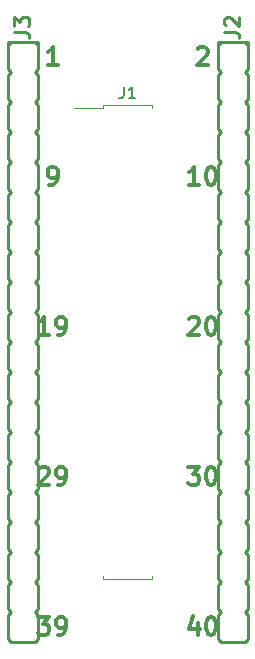
<source format=gto>
G04 #@! TF.FileFunction,Legend,Top*
%FSLAX46Y46*%
G04 Gerber Fmt 4.6, Leading zero omitted, Abs format (unit mm)*
G04 Created by KiCad (PCBNEW 4.0.6) date Wed Sep 20 09:51:15 2017*
%MOMM*%
%LPD*%
G01*
G04 APERTURE LIST*
%ADD10C,0.100000*%
%ADD11C,0.300000*%
%ADD12C,0.254000*%
%ADD13C,0.120000*%
%ADD14C,0.150000*%
G04 APERTURE END LIST*
D10*
D11*
X147447143Y-106001429D02*
X147518572Y-105930000D01*
X147661429Y-105858571D01*
X148018572Y-105858571D01*
X148161429Y-105930000D01*
X148232858Y-106001429D01*
X148304286Y-106144286D01*
X148304286Y-106287143D01*
X148232858Y-106501429D01*
X147375715Y-107358571D01*
X148304286Y-107358571D01*
X149232857Y-105858571D02*
X149375714Y-105858571D01*
X149518571Y-105930000D01*
X149590000Y-106001429D01*
X149661429Y-106144286D01*
X149732857Y-106430000D01*
X149732857Y-106787143D01*
X149661429Y-107072857D01*
X149590000Y-107215714D01*
X149518571Y-107287143D01*
X149375714Y-107358571D01*
X149232857Y-107358571D01*
X149090000Y-107287143D01*
X149018571Y-107215714D01*
X148947143Y-107072857D01*
X148875714Y-106787143D01*
X148875714Y-106430000D01*
X148947143Y-106144286D01*
X149018571Y-106001429D01*
X149090000Y-105930000D01*
X149232857Y-105858571D01*
X135604286Y-107358571D02*
X134747143Y-107358571D01*
X135175715Y-107358571D02*
X135175715Y-105858571D01*
X135032858Y-106072857D01*
X134890000Y-106215714D01*
X134747143Y-106287143D01*
X136318571Y-107358571D02*
X136604286Y-107358571D01*
X136747143Y-107287143D01*
X136818571Y-107215714D01*
X136961429Y-107001429D01*
X137032857Y-106715714D01*
X137032857Y-106144286D01*
X136961429Y-106001429D01*
X136890000Y-105930000D01*
X136747143Y-105858571D01*
X136461429Y-105858571D01*
X136318571Y-105930000D01*
X136247143Y-106001429D01*
X136175714Y-106144286D01*
X136175714Y-106501429D01*
X136247143Y-106644286D01*
X136318571Y-106715714D01*
X136461429Y-106787143D01*
X136747143Y-106787143D01*
X136890000Y-106715714D01*
X136961429Y-106644286D01*
X137032857Y-106501429D01*
X148304286Y-94658571D02*
X147447143Y-94658571D01*
X147875715Y-94658571D02*
X147875715Y-93158571D01*
X147732858Y-93372857D01*
X147590000Y-93515714D01*
X147447143Y-93587143D01*
X149232857Y-93158571D02*
X149375714Y-93158571D01*
X149518571Y-93230000D01*
X149590000Y-93301429D01*
X149661429Y-93444286D01*
X149732857Y-93730000D01*
X149732857Y-94087143D01*
X149661429Y-94372857D01*
X149590000Y-94515714D01*
X149518571Y-94587143D01*
X149375714Y-94658571D01*
X149232857Y-94658571D01*
X149090000Y-94587143D01*
X149018571Y-94515714D01*
X148947143Y-94372857D01*
X148875714Y-94087143D01*
X148875714Y-93730000D01*
X148947143Y-93444286D01*
X149018571Y-93301429D01*
X149090000Y-93230000D01*
X149232857Y-93158571D01*
X135604286Y-94658571D02*
X135890001Y-94658571D01*
X136032858Y-94587143D01*
X136104286Y-94515714D01*
X136247144Y-94301429D01*
X136318572Y-94015714D01*
X136318572Y-93444286D01*
X136247144Y-93301429D01*
X136175715Y-93230000D01*
X136032858Y-93158571D01*
X135747144Y-93158571D01*
X135604286Y-93230000D01*
X135532858Y-93301429D01*
X135461429Y-93444286D01*
X135461429Y-93801429D01*
X135532858Y-93944286D01*
X135604286Y-94015714D01*
X135747144Y-94087143D01*
X136032858Y-94087143D01*
X136175715Y-94015714D01*
X136247144Y-93944286D01*
X136318572Y-93801429D01*
X147375715Y-118558571D02*
X148304286Y-118558571D01*
X147804286Y-119130000D01*
X148018572Y-119130000D01*
X148161429Y-119201429D01*
X148232858Y-119272857D01*
X148304286Y-119415714D01*
X148304286Y-119772857D01*
X148232858Y-119915714D01*
X148161429Y-119987143D01*
X148018572Y-120058571D01*
X147590000Y-120058571D01*
X147447143Y-119987143D01*
X147375715Y-119915714D01*
X149232857Y-118558571D02*
X149375714Y-118558571D01*
X149518571Y-118630000D01*
X149590000Y-118701429D01*
X149661429Y-118844286D01*
X149732857Y-119130000D01*
X149732857Y-119487143D01*
X149661429Y-119772857D01*
X149590000Y-119915714D01*
X149518571Y-119987143D01*
X149375714Y-120058571D01*
X149232857Y-120058571D01*
X149090000Y-119987143D01*
X149018571Y-119915714D01*
X148947143Y-119772857D01*
X148875714Y-119487143D01*
X148875714Y-119130000D01*
X148947143Y-118844286D01*
X149018571Y-118701429D01*
X149090000Y-118630000D01*
X149232857Y-118558571D01*
X134747143Y-118701429D02*
X134818572Y-118630000D01*
X134961429Y-118558571D01*
X135318572Y-118558571D01*
X135461429Y-118630000D01*
X135532858Y-118701429D01*
X135604286Y-118844286D01*
X135604286Y-118987143D01*
X135532858Y-119201429D01*
X134675715Y-120058571D01*
X135604286Y-120058571D01*
X136318571Y-120058571D02*
X136604286Y-120058571D01*
X136747143Y-119987143D01*
X136818571Y-119915714D01*
X136961429Y-119701429D01*
X137032857Y-119415714D01*
X137032857Y-118844286D01*
X136961429Y-118701429D01*
X136890000Y-118630000D01*
X136747143Y-118558571D01*
X136461429Y-118558571D01*
X136318571Y-118630000D01*
X136247143Y-118701429D01*
X136175714Y-118844286D01*
X136175714Y-119201429D01*
X136247143Y-119344286D01*
X136318571Y-119415714D01*
X136461429Y-119487143D01*
X136747143Y-119487143D01*
X136890000Y-119415714D01*
X136961429Y-119344286D01*
X137032857Y-119201429D01*
X148161429Y-131758571D02*
X148161429Y-132758571D01*
X147804286Y-131187143D02*
X147447143Y-132258571D01*
X148375715Y-132258571D01*
X149232857Y-131258571D02*
X149375714Y-131258571D01*
X149518571Y-131330000D01*
X149590000Y-131401429D01*
X149661429Y-131544286D01*
X149732857Y-131830000D01*
X149732857Y-132187143D01*
X149661429Y-132472857D01*
X149590000Y-132615714D01*
X149518571Y-132687143D01*
X149375714Y-132758571D01*
X149232857Y-132758571D01*
X149090000Y-132687143D01*
X149018571Y-132615714D01*
X148947143Y-132472857D01*
X148875714Y-132187143D01*
X148875714Y-131830000D01*
X148947143Y-131544286D01*
X149018571Y-131401429D01*
X149090000Y-131330000D01*
X149232857Y-131258571D01*
X134675715Y-131258571D02*
X135604286Y-131258571D01*
X135104286Y-131830000D01*
X135318572Y-131830000D01*
X135461429Y-131901429D01*
X135532858Y-131972857D01*
X135604286Y-132115714D01*
X135604286Y-132472857D01*
X135532858Y-132615714D01*
X135461429Y-132687143D01*
X135318572Y-132758571D01*
X134890000Y-132758571D01*
X134747143Y-132687143D01*
X134675715Y-132615714D01*
X136318571Y-132758571D02*
X136604286Y-132758571D01*
X136747143Y-132687143D01*
X136818571Y-132615714D01*
X136961429Y-132401429D01*
X137032857Y-132115714D01*
X137032857Y-131544286D01*
X136961429Y-131401429D01*
X136890000Y-131330000D01*
X136747143Y-131258571D01*
X136461429Y-131258571D01*
X136318571Y-131330000D01*
X136247143Y-131401429D01*
X136175714Y-131544286D01*
X136175714Y-131901429D01*
X136247143Y-132044286D01*
X136318571Y-132115714D01*
X136461429Y-132187143D01*
X136747143Y-132187143D01*
X136890000Y-132115714D01*
X136961429Y-132044286D01*
X137032857Y-131901429D01*
X148161429Y-83141429D02*
X148232858Y-83070000D01*
X148375715Y-82998571D01*
X148732858Y-82998571D01*
X148875715Y-83070000D01*
X148947144Y-83141429D01*
X149018572Y-83284286D01*
X149018572Y-83427143D01*
X148947144Y-83641429D01*
X148090001Y-84498571D01*
X149018572Y-84498571D01*
X136318572Y-84498571D02*
X135461429Y-84498571D01*
X135890001Y-84498571D02*
X135890001Y-82998571D01*
X135747144Y-83212857D01*
X135604286Y-83355714D01*
X135461429Y-83427143D01*
D12*
X132080000Y-123444000D02*
X132334000Y-123190000D01*
X134366000Y-123190000D02*
X134620000Y-123444000D01*
X134620000Y-123444000D02*
X134620000Y-125476000D01*
X134620000Y-128016000D02*
X134366000Y-128270000D01*
X132080000Y-125476000D02*
X132080000Y-123444000D01*
X132334000Y-128270000D02*
X132080000Y-128016000D01*
X134620000Y-125984000D02*
X134620000Y-128016000D01*
X134366000Y-125730000D02*
X134620000Y-125984000D01*
X132080000Y-128016000D02*
X132080000Y-125984000D01*
X132334000Y-125730000D02*
X132080000Y-125476000D01*
X132080000Y-125984000D02*
X132334000Y-125730000D01*
X134620000Y-125476000D02*
X134366000Y-125730000D01*
X134620000Y-128016000D02*
X134366000Y-128270000D01*
X132334000Y-128270000D02*
X132080000Y-128016000D01*
X132080000Y-128016000D02*
X132080000Y-125984000D01*
X134620000Y-125984000D02*
X134620000Y-128016000D01*
X134366000Y-125730000D02*
X134620000Y-125984000D01*
X132080000Y-125984000D02*
X132334000Y-125730000D01*
X132080000Y-131064000D02*
X132334000Y-130810000D01*
X134366000Y-130810000D02*
X134620000Y-131064000D01*
X134620000Y-131064000D02*
X134620000Y-133096000D01*
X132080000Y-133096000D02*
X132080000Y-131064000D01*
X132334000Y-133350000D02*
X132080000Y-133096000D01*
X134620000Y-133096000D02*
X134366000Y-133350000D01*
X134620000Y-130556000D02*
X134366000Y-130810000D01*
X132080000Y-131064000D02*
X132334000Y-130810000D01*
X132334000Y-130810000D02*
X132080000Y-130556000D01*
X132080000Y-133096000D02*
X132080000Y-131064000D01*
X134366000Y-130810000D02*
X134620000Y-131064000D01*
X134620000Y-131064000D02*
X134620000Y-133096000D01*
X134366000Y-133350000D02*
X132334000Y-133350000D01*
X132334000Y-133350000D02*
X132080000Y-133096000D01*
X132080000Y-130556000D02*
X132080000Y-128524000D01*
X134620000Y-133096000D02*
X134366000Y-133350000D01*
X134620000Y-128524000D02*
X134620000Y-130556000D01*
X134366000Y-128270000D02*
X134620000Y-128524000D01*
X132080000Y-128524000D02*
X132334000Y-128270000D01*
X132080000Y-118364000D02*
X132334000Y-118110000D01*
X134366000Y-118110000D02*
X134620000Y-118364000D01*
X134620000Y-118364000D02*
X134620000Y-120396000D01*
X134620000Y-122936000D02*
X134366000Y-123190000D01*
X132080000Y-120396000D02*
X132080000Y-118364000D01*
X132334000Y-123190000D02*
X132080000Y-122936000D01*
X134620000Y-120904000D02*
X134620000Y-122936000D01*
X134366000Y-120650000D02*
X134620000Y-120904000D01*
X132080000Y-122936000D02*
X132080000Y-120904000D01*
X132334000Y-120650000D02*
X132080000Y-120396000D01*
X132080000Y-120904000D02*
X132334000Y-120650000D01*
X134620000Y-120396000D02*
X134366000Y-120650000D01*
X134620000Y-122936000D02*
X134366000Y-123190000D01*
X132334000Y-123190000D02*
X132080000Y-122936000D01*
X132080000Y-122936000D02*
X132080000Y-120904000D01*
X134620000Y-120904000D02*
X134620000Y-122936000D01*
X134366000Y-120650000D02*
X134620000Y-120904000D01*
X132080000Y-120904000D02*
X132334000Y-120650000D01*
X132080000Y-115824000D02*
X132334000Y-115570000D01*
X134366000Y-115570000D02*
X134620000Y-115824000D01*
X134620000Y-115824000D02*
X134620000Y-117856000D01*
X132080000Y-117856000D02*
X132080000Y-115824000D01*
X132334000Y-118110000D02*
X132080000Y-117856000D01*
X134620000Y-117856000D02*
X134366000Y-118110000D01*
X134620000Y-115316000D02*
X134366000Y-115570000D01*
X132080000Y-115824000D02*
X132334000Y-115570000D01*
X132334000Y-115570000D02*
X132080000Y-115316000D01*
X132080000Y-117856000D02*
X132080000Y-115824000D01*
X134366000Y-115570000D02*
X134620000Y-115824000D01*
X134620000Y-115824000D02*
X134620000Y-117856000D01*
X132334000Y-118110000D02*
X132080000Y-117856000D01*
X132080000Y-115316000D02*
X132080000Y-113284000D01*
X134620000Y-117856000D02*
X134366000Y-118110000D01*
X134620000Y-113284000D02*
X134620000Y-115316000D01*
X134366000Y-113030000D02*
X134620000Y-113284000D01*
X132080000Y-113284000D02*
X132334000Y-113030000D01*
X132080000Y-108204000D02*
X132334000Y-107950000D01*
X134366000Y-107950000D02*
X134620000Y-108204000D01*
X134620000Y-108204000D02*
X134620000Y-110236000D01*
X134620000Y-112776000D02*
X134366000Y-113030000D01*
X132080000Y-110236000D02*
X132080000Y-108204000D01*
X132334000Y-113030000D02*
X132080000Y-112776000D01*
X134620000Y-110744000D02*
X134620000Y-112776000D01*
X134366000Y-110490000D02*
X134620000Y-110744000D01*
X132080000Y-112776000D02*
X132080000Y-110744000D01*
X132334000Y-110490000D02*
X132080000Y-110236000D01*
X132080000Y-110744000D02*
X132334000Y-110490000D01*
X134620000Y-110236000D02*
X134366000Y-110490000D01*
X134620000Y-112776000D02*
X134366000Y-113030000D01*
X132334000Y-113030000D02*
X132080000Y-112776000D01*
X132080000Y-112776000D02*
X132080000Y-110744000D01*
X134620000Y-110744000D02*
X134620000Y-112776000D01*
X134366000Y-110490000D02*
X134620000Y-110744000D01*
X132080000Y-110744000D02*
X132334000Y-110490000D01*
X132080000Y-105664000D02*
X132334000Y-105410000D01*
X134366000Y-105410000D02*
X134620000Y-105664000D01*
X134620000Y-105664000D02*
X134620000Y-107696000D01*
X132080000Y-107696000D02*
X132080000Y-105664000D01*
X132334000Y-107950000D02*
X132080000Y-107696000D01*
X134620000Y-107696000D02*
X134366000Y-107950000D01*
X134620000Y-105156000D02*
X134366000Y-105410000D01*
X132080000Y-105664000D02*
X132334000Y-105410000D01*
X132334000Y-105410000D02*
X132080000Y-105156000D01*
X132080000Y-107696000D02*
X132080000Y-105664000D01*
X134366000Y-105410000D02*
X134620000Y-105664000D01*
X134620000Y-105664000D02*
X134620000Y-107696000D01*
X132334000Y-107950000D02*
X132080000Y-107696000D01*
X132080000Y-105156000D02*
X132080000Y-103124000D01*
X134620000Y-107696000D02*
X134366000Y-107950000D01*
X134620000Y-103124000D02*
X134620000Y-105156000D01*
X134366000Y-102870000D02*
X134620000Y-103124000D01*
X132080000Y-103124000D02*
X132334000Y-102870000D01*
X132080000Y-98044000D02*
X132334000Y-97790000D01*
X134366000Y-97790000D02*
X134620000Y-98044000D01*
X134620000Y-98044000D02*
X134620000Y-100076000D01*
X134620000Y-102616000D02*
X134366000Y-102870000D01*
X132080000Y-100076000D02*
X132080000Y-98044000D01*
X132334000Y-102870000D02*
X132080000Y-102616000D01*
X134620000Y-100584000D02*
X134620000Y-102616000D01*
X134366000Y-100330000D02*
X134620000Y-100584000D01*
X132080000Y-102616000D02*
X132080000Y-100584000D01*
X132334000Y-100330000D02*
X132080000Y-100076000D01*
X132080000Y-100584000D02*
X132334000Y-100330000D01*
X134620000Y-100076000D02*
X134366000Y-100330000D01*
X134620000Y-102616000D02*
X134366000Y-102870000D01*
X132334000Y-102870000D02*
X132080000Y-102616000D01*
X132080000Y-102616000D02*
X132080000Y-100584000D01*
X134620000Y-100584000D02*
X134620000Y-102616000D01*
X134366000Y-100330000D02*
X134620000Y-100584000D01*
X132080000Y-100584000D02*
X132334000Y-100330000D01*
X132080000Y-95504000D02*
X132334000Y-95250000D01*
X134366000Y-95250000D02*
X134620000Y-95504000D01*
X134620000Y-95504000D02*
X134620000Y-97536000D01*
X132080000Y-97536000D02*
X132080000Y-95504000D01*
X132334000Y-97790000D02*
X132080000Y-97536000D01*
X134620000Y-97536000D02*
X134366000Y-97790000D01*
X134620000Y-94996000D02*
X134366000Y-95250000D01*
X132080000Y-95504000D02*
X132334000Y-95250000D01*
X132334000Y-95250000D02*
X132080000Y-94996000D01*
X132080000Y-97536000D02*
X132080000Y-95504000D01*
X134366000Y-95250000D02*
X134620000Y-95504000D01*
X134620000Y-95504000D02*
X134620000Y-97536000D01*
X132334000Y-97790000D02*
X132080000Y-97536000D01*
X132080000Y-90424000D02*
X132334000Y-90170000D01*
X132080000Y-94996000D02*
X132080000Y-92964000D01*
X134620000Y-97536000D02*
X134366000Y-97790000D01*
X134620000Y-92964000D02*
X134620000Y-94996000D01*
X134366000Y-92710000D02*
X134620000Y-92964000D01*
X134620000Y-82550000D02*
X134620000Y-82804000D01*
X134620000Y-82804000D02*
X134620000Y-84836000D01*
X134620000Y-84836000D02*
X134366000Y-85090000D01*
X134366000Y-85090000D02*
X134620000Y-85344000D01*
X134620000Y-85344000D02*
X134620000Y-87376000D01*
X134620000Y-87376000D02*
X134366000Y-87630000D01*
X134366000Y-87630000D02*
X134620000Y-87884000D01*
X134620000Y-87884000D02*
X134620000Y-89916000D01*
X134620000Y-89916000D02*
X134366000Y-90170000D01*
X134366000Y-90170000D02*
X134620000Y-90424000D01*
X134620000Y-90424000D02*
X134620000Y-92456000D01*
X134620000Y-92456000D02*
X134366000Y-92710000D01*
X132334000Y-92710000D02*
X132080000Y-92456000D01*
X132080000Y-92456000D02*
X132080000Y-90424000D01*
X132080000Y-92964000D02*
X132334000Y-92710000D01*
X132334000Y-90170000D02*
X132080000Y-89916000D01*
X132080000Y-89916000D02*
X132080000Y-87884000D01*
X134366000Y-82550000D02*
X134620000Y-82804000D01*
X132080000Y-82804000D02*
X132334000Y-82550000D01*
X132080000Y-83058000D02*
X132080000Y-82550000D01*
X132080000Y-87376000D02*
X132080000Y-85344000D01*
X132080000Y-85344000D02*
X132334000Y-85090000D01*
X132334000Y-85090000D02*
X132080000Y-84836000D01*
X132080000Y-84836000D02*
X132080000Y-83058000D01*
X132080000Y-87376000D02*
X132334000Y-87630000D01*
X132334000Y-87630000D02*
X132080000Y-87884000D01*
X134620000Y-82550000D02*
X132080000Y-82550000D01*
D13*
X140180000Y-88150000D02*
X140180000Y-87890000D01*
X140180000Y-87890000D02*
X144300000Y-87890000D01*
X144300000Y-87890000D02*
X144300000Y-88150000D01*
X140180000Y-127750000D02*
X140180000Y-128010000D01*
X140180000Y-128010000D02*
X144300000Y-128010000D01*
X144300000Y-128010000D02*
X144300000Y-127750000D01*
X137740000Y-88150000D02*
X140180000Y-88150000D01*
D12*
X149860000Y-123444000D02*
X150114000Y-123190000D01*
X152146000Y-123190000D02*
X152400000Y-123444000D01*
X152400000Y-123444000D02*
X152400000Y-125476000D01*
X152400000Y-128016000D02*
X152146000Y-128270000D01*
X149860000Y-125476000D02*
X149860000Y-123444000D01*
X150114000Y-128270000D02*
X149860000Y-128016000D01*
X152400000Y-125984000D02*
X152400000Y-128016000D01*
X152146000Y-125730000D02*
X152400000Y-125984000D01*
X149860000Y-128016000D02*
X149860000Y-125984000D01*
X150114000Y-125730000D02*
X149860000Y-125476000D01*
X149860000Y-125984000D02*
X150114000Y-125730000D01*
X152400000Y-125476000D02*
X152146000Y-125730000D01*
X152400000Y-128016000D02*
X152146000Y-128270000D01*
X150114000Y-128270000D02*
X149860000Y-128016000D01*
X149860000Y-128016000D02*
X149860000Y-125984000D01*
X152400000Y-125984000D02*
X152400000Y-128016000D01*
X152146000Y-125730000D02*
X152400000Y-125984000D01*
X149860000Y-125984000D02*
X150114000Y-125730000D01*
X149860000Y-131064000D02*
X150114000Y-130810000D01*
X152146000Y-130810000D02*
X152400000Y-131064000D01*
X152400000Y-131064000D02*
X152400000Y-133096000D01*
X149860000Y-133096000D02*
X149860000Y-131064000D01*
X150114000Y-133350000D02*
X149860000Y-133096000D01*
X152400000Y-133096000D02*
X152146000Y-133350000D01*
X152400000Y-130556000D02*
X152146000Y-130810000D01*
X149860000Y-131064000D02*
X150114000Y-130810000D01*
X150114000Y-130810000D02*
X149860000Y-130556000D01*
X149860000Y-133096000D02*
X149860000Y-131064000D01*
X152146000Y-130810000D02*
X152400000Y-131064000D01*
X152400000Y-131064000D02*
X152400000Y-133096000D01*
X152146000Y-133350000D02*
X150114000Y-133350000D01*
X150114000Y-133350000D02*
X149860000Y-133096000D01*
X149860000Y-130556000D02*
X149860000Y-128524000D01*
X152400000Y-133096000D02*
X152146000Y-133350000D01*
X152400000Y-128524000D02*
X152400000Y-130556000D01*
X152146000Y-128270000D02*
X152400000Y-128524000D01*
X149860000Y-128524000D02*
X150114000Y-128270000D01*
X149860000Y-118364000D02*
X150114000Y-118110000D01*
X152146000Y-118110000D02*
X152400000Y-118364000D01*
X152400000Y-118364000D02*
X152400000Y-120396000D01*
X152400000Y-122936000D02*
X152146000Y-123190000D01*
X149860000Y-120396000D02*
X149860000Y-118364000D01*
X150114000Y-123190000D02*
X149860000Y-122936000D01*
X152400000Y-120904000D02*
X152400000Y-122936000D01*
X152146000Y-120650000D02*
X152400000Y-120904000D01*
X149860000Y-122936000D02*
X149860000Y-120904000D01*
X150114000Y-120650000D02*
X149860000Y-120396000D01*
X149860000Y-120904000D02*
X150114000Y-120650000D01*
X152400000Y-120396000D02*
X152146000Y-120650000D01*
X152400000Y-122936000D02*
X152146000Y-123190000D01*
X150114000Y-123190000D02*
X149860000Y-122936000D01*
X149860000Y-122936000D02*
X149860000Y-120904000D01*
X152400000Y-120904000D02*
X152400000Y-122936000D01*
X152146000Y-120650000D02*
X152400000Y-120904000D01*
X149860000Y-120904000D02*
X150114000Y-120650000D01*
X149860000Y-115824000D02*
X150114000Y-115570000D01*
X152146000Y-115570000D02*
X152400000Y-115824000D01*
X152400000Y-115824000D02*
X152400000Y-117856000D01*
X149860000Y-117856000D02*
X149860000Y-115824000D01*
X150114000Y-118110000D02*
X149860000Y-117856000D01*
X152400000Y-117856000D02*
X152146000Y-118110000D01*
X152400000Y-115316000D02*
X152146000Y-115570000D01*
X149860000Y-115824000D02*
X150114000Y-115570000D01*
X150114000Y-115570000D02*
X149860000Y-115316000D01*
X149860000Y-117856000D02*
X149860000Y-115824000D01*
X152146000Y-115570000D02*
X152400000Y-115824000D01*
X152400000Y-115824000D02*
X152400000Y-117856000D01*
X150114000Y-118110000D02*
X149860000Y-117856000D01*
X149860000Y-115316000D02*
X149860000Y-113284000D01*
X152400000Y-117856000D02*
X152146000Y-118110000D01*
X152400000Y-113284000D02*
X152400000Y-115316000D01*
X152146000Y-113030000D02*
X152400000Y-113284000D01*
X149860000Y-113284000D02*
X150114000Y-113030000D01*
X149860000Y-108204000D02*
X150114000Y-107950000D01*
X152146000Y-107950000D02*
X152400000Y-108204000D01*
X152400000Y-108204000D02*
X152400000Y-110236000D01*
X152400000Y-112776000D02*
X152146000Y-113030000D01*
X149860000Y-110236000D02*
X149860000Y-108204000D01*
X150114000Y-113030000D02*
X149860000Y-112776000D01*
X152400000Y-110744000D02*
X152400000Y-112776000D01*
X152146000Y-110490000D02*
X152400000Y-110744000D01*
X149860000Y-112776000D02*
X149860000Y-110744000D01*
X150114000Y-110490000D02*
X149860000Y-110236000D01*
X149860000Y-110744000D02*
X150114000Y-110490000D01*
X152400000Y-110236000D02*
X152146000Y-110490000D01*
X152400000Y-112776000D02*
X152146000Y-113030000D01*
X150114000Y-113030000D02*
X149860000Y-112776000D01*
X149860000Y-112776000D02*
X149860000Y-110744000D01*
X152400000Y-110744000D02*
X152400000Y-112776000D01*
X152146000Y-110490000D02*
X152400000Y-110744000D01*
X149860000Y-110744000D02*
X150114000Y-110490000D01*
X149860000Y-105664000D02*
X150114000Y-105410000D01*
X152146000Y-105410000D02*
X152400000Y-105664000D01*
X152400000Y-105664000D02*
X152400000Y-107696000D01*
X149860000Y-107696000D02*
X149860000Y-105664000D01*
X150114000Y-107950000D02*
X149860000Y-107696000D01*
X152400000Y-107696000D02*
X152146000Y-107950000D01*
X152400000Y-105156000D02*
X152146000Y-105410000D01*
X149860000Y-105664000D02*
X150114000Y-105410000D01*
X150114000Y-105410000D02*
X149860000Y-105156000D01*
X149860000Y-107696000D02*
X149860000Y-105664000D01*
X152146000Y-105410000D02*
X152400000Y-105664000D01*
X152400000Y-105664000D02*
X152400000Y-107696000D01*
X150114000Y-107950000D02*
X149860000Y-107696000D01*
X149860000Y-105156000D02*
X149860000Y-103124000D01*
X152400000Y-107696000D02*
X152146000Y-107950000D01*
X152400000Y-103124000D02*
X152400000Y-105156000D01*
X152146000Y-102870000D02*
X152400000Y-103124000D01*
X149860000Y-103124000D02*
X150114000Y-102870000D01*
X149860000Y-98044000D02*
X150114000Y-97790000D01*
X152146000Y-97790000D02*
X152400000Y-98044000D01*
X152400000Y-98044000D02*
X152400000Y-100076000D01*
X152400000Y-102616000D02*
X152146000Y-102870000D01*
X149860000Y-100076000D02*
X149860000Y-98044000D01*
X150114000Y-102870000D02*
X149860000Y-102616000D01*
X152400000Y-100584000D02*
X152400000Y-102616000D01*
X152146000Y-100330000D02*
X152400000Y-100584000D01*
X149860000Y-102616000D02*
X149860000Y-100584000D01*
X150114000Y-100330000D02*
X149860000Y-100076000D01*
X149860000Y-100584000D02*
X150114000Y-100330000D01*
X152400000Y-100076000D02*
X152146000Y-100330000D01*
X152400000Y-102616000D02*
X152146000Y-102870000D01*
X150114000Y-102870000D02*
X149860000Y-102616000D01*
X149860000Y-102616000D02*
X149860000Y-100584000D01*
X152400000Y-100584000D02*
X152400000Y-102616000D01*
X152146000Y-100330000D02*
X152400000Y-100584000D01*
X149860000Y-100584000D02*
X150114000Y-100330000D01*
X149860000Y-95504000D02*
X150114000Y-95250000D01*
X152146000Y-95250000D02*
X152400000Y-95504000D01*
X152400000Y-95504000D02*
X152400000Y-97536000D01*
X149860000Y-97536000D02*
X149860000Y-95504000D01*
X150114000Y-97790000D02*
X149860000Y-97536000D01*
X152400000Y-97536000D02*
X152146000Y-97790000D01*
X152400000Y-94996000D02*
X152146000Y-95250000D01*
X149860000Y-95504000D02*
X150114000Y-95250000D01*
X150114000Y-95250000D02*
X149860000Y-94996000D01*
X149860000Y-97536000D02*
X149860000Y-95504000D01*
X152146000Y-95250000D02*
X152400000Y-95504000D01*
X152400000Y-95504000D02*
X152400000Y-97536000D01*
X150114000Y-97790000D02*
X149860000Y-97536000D01*
X149860000Y-90424000D02*
X150114000Y-90170000D01*
X149860000Y-94996000D02*
X149860000Y-92964000D01*
X152400000Y-97536000D02*
X152146000Y-97790000D01*
X152400000Y-92964000D02*
X152400000Y-94996000D01*
X152146000Y-92710000D02*
X152400000Y-92964000D01*
X152400000Y-82550000D02*
X152400000Y-82804000D01*
X152400000Y-82804000D02*
X152400000Y-84836000D01*
X152400000Y-84836000D02*
X152146000Y-85090000D01*
X152146000Y-85090000D02*
X152400000Y-85344000D01*
X152400000Y-85344000D02*
X152400000Y-87376000D01*
X152400000Y-87376000D02*
X152146000Y-87630000D01*
X152146000Y-87630000D02*
X152400000Y-87884000D01*
X152400000Y-87884000D02*
X152400000Y-89916000D01*
X152400000Y-89916000D02*
X152146000Y-90170000D01*
X152146000Y-90170000D02*
X152400000Y-90424000D01*
X152400000Y-90424000D02*
X152400000Y-92456000D01*
X152400000Y-92456000D02*
X152146000Y-92710000D01*
X150114000Y-92710000D02*
X149860000Y-92456000D01*
X149860000Y-92456000D02*
X149860000Y-90424000D01*
X149860000Y-92964000D02*
X150114000Y-92710000D01*
X150114000Y-90170000D02*
X149860000Y-89916000D01*
X149860000Y-89916000D02*
X149860000Y-87884000D01*
X152146000Y-82550000D02*
X152400000Y-82804000D01*
X149860000Y-82804000D02*
X150114000Y-82550000D01*
X149860000Y-83058000D02*
X149860000Y-82550000D01*
X149860000Y-87376000D02*
X149860000Y-85344000D01*
X149860000Y-85344000D02*
X150114000Y-85090000D01*
X150114000Y-85090000D02*
X149860000Y-84836000D01*
X149860000Y-84836000D02*
X149860000Y-83058000D01*
X149860000Y-87376000D02*
X150114000Y-87630000D01*
X150114000Y-87630000D02*
X149860000Y-87884000D01*
X152400000Y-82550000D02*
X149860000Y-82550000D01*
X132654524Y-81703333D02*
X133561667Y-81703333D01*
X133743095Y-81763809D01*
X133864048Y-81884761D01*
X133924524Y-82066190D01*
X133924524Y-82187142D01*
X132654524Y-81219523D02*
X132654524Y-80433333D01*
X133138333Y-80856666D01*
X133138333Y-80675238D01*
X133198810Y-80554285D01*
X133259286Y-80493809D01*
X133380238Y-80433333D01*
X133682619Y-80433333D01*
X133803571Y-80493809D01*
X133864048Y-80554285D01*
X133924524Y-80675238D01*
X133924524Y-81038095D01*
X133864048Y-81159047D01*
X133803571Y-81219523D01*
D14*
X141906667Y-86342381D02*
X141906667Y-87056667D01*
X141859047Y-87199524D01*
X141763809Y-87294762D01*
X141620952Y-87342381D01*
X141525714Y-87342381D01*
X142906667Y-87342381D02*
X142335238Y-87342381D01*
X142620952Y-87342381D02*
X142620952Y-86342381D01*
X142525714Y-86485238D01*
X142430476Y-86580476D01*
X142335238Y-86628095D01*
D12*
X150434524Y-81703333D02*
X151341667Y-81703333D01*
X151523095Y-81763809D01*
X151644048Y-81884761D01*
X151704524Y-82066190D01*
X151704524Y-82187142D01*
X150555476Y-81159047D02*
X150495000Y-81098571D01*
X150434524Y-80977619D01*
X150434524Y-80675238D01*
X150495000Y-80554285D01*
X150555476Y-80493809D01*
X150676429Y-80433333D01*
X150797381Y-80433333D01*
X150978810Y-80493809D01*
X151704524Y-81219523D01*
X151704524Y-80433333D01*
M02*

</source>
